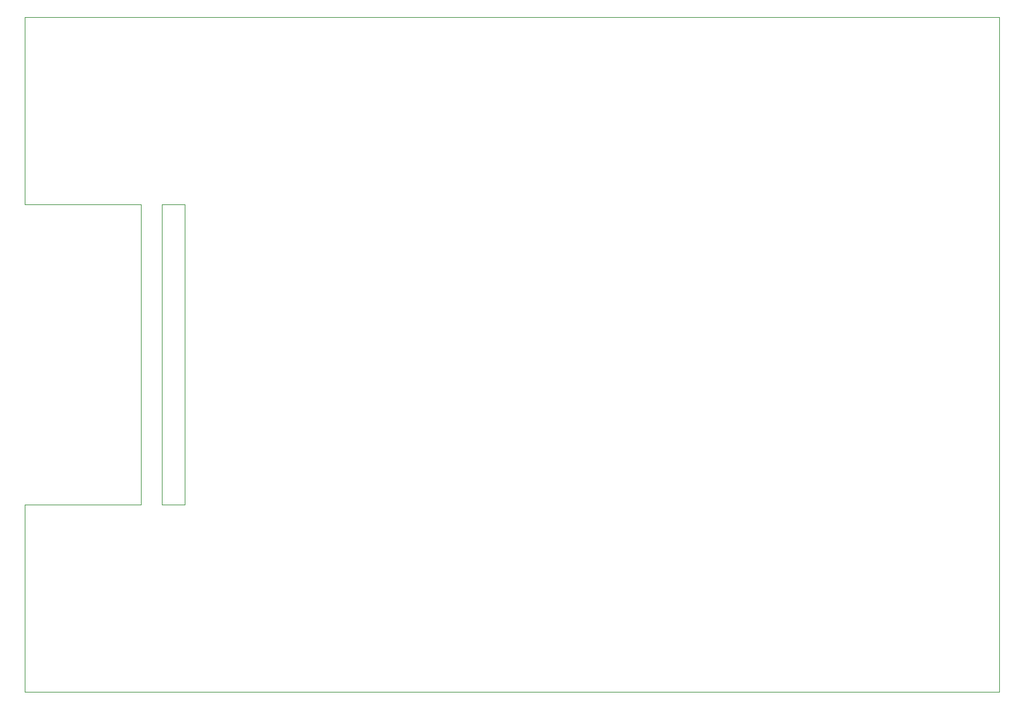
<source format=gbr>
%TF.GenerationSoftware,KiCad,Pcbnew,8.0.3*%
%TF.CreationDate,2024-06-22T19:33:56+02:00*%
%TF.ProjectId,3.3v radio with battery,332e3376-2072-4616-9469-6f2077697468,rev?*%
%TF.SameCoordinates,Original*%
%TF.FileFunction,Profile,NP*%
%FSLAX46Y46*%
G04 Gerber Fmt 4.6, Leading zero omitted, Abs format (unit mm)*
G04 Created by KiCad (PCBNEW 8.0.3) date 2024-06-22 19:33:56*
%MOMM*%
%LPD*%
G01*
G04 APERTURE LIST*
%TA.AperFunction,Profile*%
%ADD10C,0.050000*%
%TD*%
G04 APERTURE END LIST*
D10*
X229139500Y-138726000D02*
X229139500Y-48726000D01*
X99139500Y-48726000D02*
X229139500Y-48726000D01*
X99139500Y-73726000D02*
X99139500Y-48726000D01*
X99139500Y-138726000D02*
X99139500Y-113726000D01*
X99139500Y-138726000D02*
X229139500Y-138726000D01*
%TO.C,U2*%
X114631500Y-73726000D02*
X99139500Y-73726000D01*
X114631500Y-73726000D02*
X114631500Y-113726000D01*
X114631500Y-113726000D02*
X99139500Y-113726000D01*
X117473500Y-73726000D02*
X120473500Y-73726000D01*
X120473500Y-113726000D01*
X117473500Y-113726000D01*
X117473500Y-73726000D01*
%TD*%
M02*

</source>
